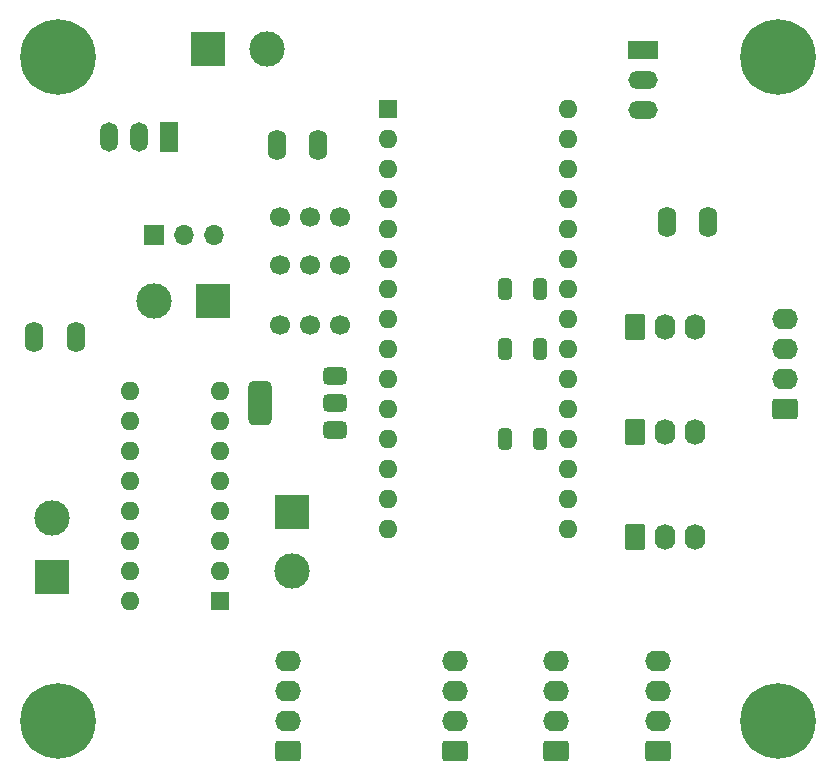
<source format=gbr>
%TF.GenerationSoftware,KiCad,Pcbnew,8.0.7-8.0.7-0~ubuntu22.04.1*%
%TF.CreationDate,2025-01-26T21:06:57+01:00*%
%TF.ProjectId,G431_Expander,47343331-5f45-4787-9061-6e6465722e6b,rev?*%
%TF.SameCoordinates,Original*%
%TF.FileFunction,Soldermask,Top*%
%TF.FilePolarity,Negative*%
%FSLAX46Y46*%
G04 Gerber Fmt 4.6, Leading zero omitted, Abs format (unit mm)*
G04 Created by KiCad (PCBNEW 8.0.7-8.0.7-0~ubuntu22.04.1) date 2025-01-26 21:06:57*
%MOMM*%
%LPD*%
G01*
G04 APERTURE LIST*
G04 Aperture macros list*
%AMRoundRect*
0 Rectangle with rounded corners*
0 $1 Rounding radius*
0 $2 $3 $4 $5 $6 $7 $8 $9 X,Y pos of 4 corners*
0 Add a 4 corners polygon primitive as box body*
4,1,4,$2,$3,$4,$5,$6,$7,$8,$9,$2,$3,0*
0 Add four circle primitives for the rounded corners*
1,1,$1+$1,$2,$3*
1,1,$1+$1,$4,$5*
1,1,$1+$1,$6,$7*
1,1,$1+$1,$8,$9*
0 Add four rect primitives between the rounded corners*
20,1,$1+$1,$2,$3,$4,$5,0*
20,1,$1+$1,$4,$5,$6,$7,0*
20,1,$1+$1,$6,$7,$8,$9,0*
20,1,$1+$1,$8,$9,$2,$3,0*%
G04 Aperture macros list end*
%ADD10RoundRect,0.250000X0.845000X-0.620000X0.845000X0.620000X-0.845000X0.620000X-0.845000X-0.620000X0*%
%ADD11O,2.190000X1.740000*%
%ADD12RoundRect,0.375000X0.625000X0.375000X-0.625000X0.375000X-0.625000X-0.375000X0.625000X-0.375000X0*%
%ADD13RoundRect,0.500000X0.500000X1.400000X-0.500000X1.400000X-0.500000X-1.400000X0.500000X-1.400000X0*%
%ADD14R,2.500000X1.500000*%
%ADD15O,2.500000X1.500000*%
%ADD16RoundRect,0.250000X-0.325000X-0.650000X0.325000X-0.650000X0.325000X0.650000X-0.325000X0.650000X0*%
%ADD17R,3.000000X3.000000*%
%ADD18C,3.000000*%
%ADD19O,1.600000X2.600000*%
%ADD20R,1.600000X1.600000*%
%ADD21O,1.600000X1.600000*%
%ADD22RoundRect,0.250000X-0.620000X-0.845000X0.620000X-0.845000X0.620000X0.845000X-0.620000X0.845000X0*%
%ADD23O,1.740000X2.190000*%
%ADD24C,6.400000*%
%ADD25C,1.700000*%
%ADD26R,1.500000X2.500000*%
%ADD27O,1.500000X2.500000*%
%ADD28R,1.700000X1.700000*%
%ADD29O,1.700000X1.700000*%
G04 APERTURE END LIST*
D10*
%TO.C,J6*%
X149036500Y-110236000D03*
D11*
X149036500Y-107696000D03*
X149036500Y-105156000D03*
X149036500Y-102616000D03*
%TD*%
D10*
%TO.C,J14*%
X180340000Y-110236000D03*
D11*
X180340000Y-107696000D03*
X180340000Y-105156000D03*
X180340000Y-102616000D03*
%TD*%
D12*
%TO.C,Q1*%
X153010000Y-83072000D03*
X153010000Y-80772000D03*
D13*
X146710000Y-80772000D03*
D12*
X153010000Y-78472000D03*
%TD*%
D14*
%TO.C,U1*%
X179070000Y-50907500D03*
D15*
X179070000Y-53447500D03*
X179070000Y-55987500D03*
%TD*%
D16*
%TO.C,C5*%
X167435000Y-83820000D03*
X170385000Y-83820000D03*
%TD*%
D17*
%TO.C,J1*%
X142240000Y-50800000D03*
D18*
X147240000Y-50800000D03*
%TD*%
D19*
%TO.C,C4*%
X131064000Y-75184000D03*
X127564000Y-75184000D03*
%TD*%
D10*
%TO.C,J5*%
X191155000Y-81280000D03*
D11*
X191155000Y-78740000D03*
X191155000Y-76200000D03*
X191155000Y-73660000D03*
%TD*%
D20*
%TO.C,A1*%
X157480000Y-55880000D03*
D21*
X157480000Y-58420000D03*
X157480000Y-60960000D03*
X157480000Y-63500000D03*
X157480000Y-66040000D03*
X157480000Y-68580000D03*
X157480000Y-71120000D03*
X157480000Y-73660000D03*
X157480000Y-76200000D03*
X157480000Y-78740000D03*
X157480000Y-81280000D03*
X157480000Y-83820000D03*
X157480000Y-86360000D03*
X157480000Y-88900000D03*
X157480000Y-91440000D03*
X172720000Y-91440000D03*
X172720000Y-88900000D03*
X172720000Y-86360000D03*
X172720000Y-83820000D03*
X172720000Y-81280000D03*
X172720000Y-78740000D03*
X172720000Y-76200000D03*
X172720000Y-73660000D03*
X172720000Y-71120000D03*
X172720000Y-68580000D03*
X172720000Y-66040000D03*
X172720000Y-63500000D03*
X172720000Y-60960000D03*
X172720000Y-58420000D03*
X172720000Y-55880000D03*
%TD*%
D22*
%TO.C,J4*%
X178435000Y-74315000D03*
D23*
X180975000Y-74315000D03*
X183515000Y-74315000D03*
%TD*%
D24*
%TO.C,H1*%
X129540000Y-51435000D03*
%TD*%
D10*
%TO.C,J13*%
X171704000Y-110236000D03*
D11*
X171704000Y-107696000D03*
X171704000Y-105156000D03*
X171704000Y-102616000D03*
%TD*%
D25*
%TO.C,J10*%
X153416000Y-74168000D03*
X150876000Y-74168000D03*
X148336000Y-74168000D03*
%TD*%
D10*
%TO.C,J12*%
X163175000Y-110236000D03*
D11*
X163175000Y-107696000D03*
X163175000Y-105156000D03*
X163175000Y-102616000D03*
%TD*%
D26*
%TO.C,U2*%
X138957500Y-58261500D03*
D27*
X136417500Y-58261500D03*
X133877500Y-58261500D03*
%TD*%
D22*
%TO.C,J2*%
X178435000Y-92095000D03*
D23*
X180975000Y-92095000D03*
X183515000Y-92095000D03*
%TD*%
D20*
%TO.C,U3*%
X143256000Y-97536000D03*
D21*
X143256000Y-94996000D03*
X143256000Y-92456000D03*
X143256000Y-89916000D03*
X143256000Y-87376000D03*
X143256000Y-84836000D03*
X143256000Y-82296000D03*
X143256000Y-79756000D03*
X135636000Y-79756000D03*
X135636000Y-82296000D03*
X135636000Y-84836000D03*
X135636000Y-87376000D03*
X135636000Y-89916000D03*
X135636000Y-92456000D03*
X135636000Y-94996000D03*
X135636000Y-97536000D03*
%TD*%
D25*
%TO.C,J11*%
X153419500Y-69088000D03*
X150879500Y-69088000D03*
X148339500Y-69088000D03*
%TD*%
D17*
%TO.C,J8*%
X129032000Y-95464000D03*
D18*
X129032000Y-90464000D03*
%TD*%
D28*
%TO.C,JP1*%
X137668000Y-66548000D03*
D29*
X140208000Y-66548000D03*
X142748000Y-66548000D03*
%TD*%
D22*
%TO.C,J3*%
X178435000Y-83185000D03*
D23*
X180975000Y-83185000D03*
X183515000Y-83185000D03*
%TD*%
D24*
%TO.C,H4*%
X190500000Y-107696000D03*
%TD*%
%TO.C,H2*%
X190500000Y-51435000D03*
%TD*%
D16*
%TO.C,C6*%
X167435000Y-76200000D03*
X170385000Y-76200000D03*
%TD*%
D24*
%TO.C,H3*%
X129540000Y-107696000D03*
%TD*%
D17*
%TO.C,J7*%
X149352000Y-89996000D03*
D18*
X149352000Y-94996000D03*
%TD*%
D19*
%TO.C,C1*%
X148110000Y-58928000D03*
X151610000Y-58928000D03*
%TD*%
D16*
%TO.C,C7*%
X167435000Y-71120000D03*
X170385000Y-71120000D03*
%TD*%
D19*
%TO.C,C3*%
X181130000Y-65405000D03*
X184630000Y-65405000D03*
%TD*%
D17*
%TO.C,J15*%
X142708000Y-72136000D03*
D18*
X137708000Y-72136000D03*
%TD*%
D25*
%TO.C,J9*%
X153416000Y-65024000D03*
X150876000Y-65024000D03*
X148336000Y-65024000D03*
%TD*%
M02*

</source>
